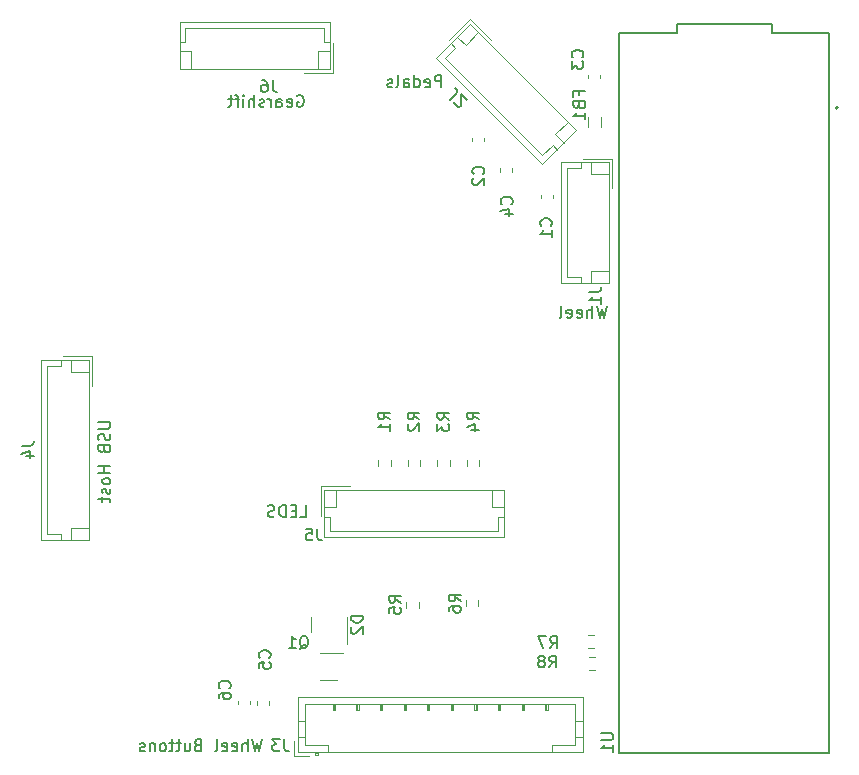
<source format=gbr>
%TF.GenerationSoftware,KiCad,Pcbnew,(5.99.0-12548-gc9aebb8529)*%
%TF.CreationDate,2021-09-28T22:04:13-04:00*%
%TF.ProjectId,TeensyWheel,5465656e-7379-4576-9865-656c2e6b6963,rev?*%
%TF.SameCoordinates,Original*%
%TF.FileFunction,Legend,Bot*%
%TF.FilePolarity,Positive*%
%FSLAX46Y46*%
G04 Gerber Fmt 4.6, Leading zero omitted, Abs format (unit mm)*
G04 Created by KiCad (PCBNEW (5.99.0-12548-gc9aebb8529)) date 2021-09-28 22:04:13*
%MOMM*%
%LPD*%
G01*
G04 APERTURE LIST*
%ADD10C,0.150000*%
%ADD11C,0.120000*%
%ADD12C,0.127000*%
%ADD13C,0.200000*%
G04 APERTURE END LIST*
D10*
X75185238Y-105160000D02*
X75280476Y-105112380D01*
X75423333Y-105112380D01*
X75566190Y-105160000D01*
X75661428Y-105255238D01*
X75709047Y-105350476D01*
X75756666Y-105540952D01*
X75756666Y-105683809D01*
X75709047Y-105874285D01*
X75661428Y-105969523D01*
X75566190Y-106064761D01*
X75423333Y-106112380D01*
X75328095Y-106112380D01*
X75185238Y-106064761D01*
X75137619Y-106017142D01*
X75137619Y-105683809D01*
X75328095Y-105683809D01*
X74328095Y-106064761D02*
X74423333Y-106112380D01*
X74613809Y-106112380D01*
X74709047Y-106064761D01*
X74756666Y-105969523D01*
X74756666Y-105588571D01*
X74709047Y-105493333D01*
X74613809Y-105445714D01*
X74423333Y-105445714D01*
X74328095Y-105493333D01*
X74280476Y-105588571D01*
X74280476Y-105683809D01*
X74756666Y-105779047D01*
X73423333Y-106112380D02*
X73423333Y-105588571D01*
X73470952Y-105493333D01*
X73566190Y-105445714D01*
X73756666Y-105445714D01*
X73851904Y-105493333D01*
X73423333Y-106064761D02*
X73518571Y-106112380D01*
X73756666Y-106112380D01*
X73851904Y-106064761D01*
X73899523Y-105969523D01*
X73899523Y-105874285D01*
X73851904Y-105779047D01*
X73756666Y-105731428D01*
X73518571Y-105731428D01*
X73423333Y-105683809D01*
X72947142Y-106112380D02*
X72947142Y-105445714D01*
X72947142Y-105636190D02*
X72899523Y-105540952D01*
X72851904Y-105493333D01*
X72756666Y-105445714D01*
X72661428Y-105445714D01*
X72375714Y-106064761D02*
X72280476Y-106112380D01*
X72090000Y-106112380D01*
X71994761Y-106064761D01*
X71947142Y-105969523D01*
X71947142Y-105921904D01*
X71994761Y-105826666D01*
X72090000Y-105779047D01*
X72232857Y-105779047D01*
X72328095Y-105731428D01*
X72375714Y-105636190D01*
X72375714Y-105588571D01*
X72328095Y-105493333D01*
X72232857Y-105445714D01*
X72090000Y-105445714D01*
X71994761Y-105493333D01*
X71518571Y-106112380D02*
X71518571Y-105112380D01*
X71090000Y-106112380D02*
X71090000Y-105588571D01*
X71137619Y-105493333D01*
X71232857Y-105445714D01*
X71375714Y-105445714D01*
X71470952Y-105493333D01*
X71518571Y-105540952D01*
X70613809Y-106112380D02*
X70613809Y-105445714D01*
X70613809Y-105112380D02*
X70661428Y-105160000D01*
X70613809Y-105207619D01*
X70566190Y-105160000D01*
X70613809Y-105112380D01*
X70613809Y-105207619D01*
X70280476Y-105445714D02*
X69899523Y-105445714D01*
X70137619Y-106112380D02*
X70137619Y-105255238D01*
X70090000Y-105160000D01*
X69994761Y-105112380D01*
X69899523Y-105112380D01*
X69709047Y-105445714D02*
X69328095Y-105445714D01*
X69566190Y-105112380D02*
X69566190Y-105969523D01*
X69518571Y-106064761D01*
X69423333Y-106112380D01*
X69328095Y-106112380D01*
X75439047Y-140832380D02*
X75915238Y-140832380D01*
X75915238Y-139832380D01*
X75105714Y-140308571D02*
X74772380Y-140308571D01*
X74629523Y-140832380D02*
X75105714Y-140832380D01*
X75105714Y-139832380D01*
X74629523Y-139832380D01*
X74200952Y-140832380D02*
X74200952Y-139832380D01*
X73962857Y-139832380D01*
X73820000Y-139880000D01*
X73724761Y-139975238D01*
X73677142Y-140070476D01*
X73629523Y-140260952D01*
X73629523Y-140403809D01*
X73677142Y-140594285D01*
X73724761Y-140689523D01*
X73820000Y-140784761D01*
X73962857Y-140832380D01*
X74200952Y-140832380D01*
X73248571Y-140784761D02*
X73105714Y-140832380D01*
X72867619Y-140832380D01*
X72772380Y-140784761D01*
X72724761Y-140737142D01*
X72677142Y-140641904D01*
X72677142Y-140546666D01*
X72724761Y-140451428D01*
X72772380Y-140403809D01*
X72867619Y-140356190D01*
X73058095Y-140308571D01*
X73153333Y-140260952D01*
X73200952Y-140213333D01*
X73248571Y-140118095D01*
X73248571Y-140022857D01*
X73200952Y-139927619D01*
X73153333Y-139880000D01*
X73058095Y-139832380D01*
X72820000Y-139832380D01*
X72677142Y-139880000D01*
X58352380Y-132770476D02*
X59161904Y-132770476D01*
X59257142Y-132818095D01*
X59304761Y-132865714D01*
X59352380Y-132960952D01*
X59352380Y-133151428D01*
X59304761Y-133246666D01*
X59257142Y-133294285D01*
X59161904Y-133341904D01*
X58352380Y-133341904D01*
X59304761Y-133770476D02*
X59352380Y-133913333D01*
X59352380Y-134151428D01*
X59304761Y-134246666D01*
X59257142Y-134294285D01*
X59161904Y-134341904D01*
X59066666Y-134341904D01*
X58971428Y-134294285D01*
X58923809Y-134246666D01*
X58876190Y-134151428D01*
X58828571Y-133960952D01*
X58780952Y-133865714D01*
X58733333Y-133818095D01*
X58638095Y-133770476D01*
X58542857Y-133770476D01*
X58447619Y-133818095D01*
X58400000Y-133865714D01*
X58352380Y-133960952D01*
X58352380Y-134199047D01*
X58400000Y-134341904D01*
X58828571Y-135103809D02*
X58876190Y-135246666D01*
X58923809Y-135294285D01*
X59019047Y-135341904D01*
X59161904Y-135341904D01*
X59257142Y-135294285D01*
X59304761Y-135246666D01*
X59352380Y-135151428D01*
X59352380Y-134770476D01*
X58352380Y-134770476D01*
X58352380Y-135103809D01*
X58400000Y-135199047D01*
X58447619Y-135246666D01*
X58542857Y-135294285D01*
X58638095Y-135294285D01*
X58733333Y-135246666D01*
X58780952Y-135199047D01*
X58828571Y-135103809D01*
X58828571Y-134770476D01*
X59352380Y-136532380D02*
X58352380Y-136532380D01*
X58828571Y-136532380D02*
X58828571Y-137103809D01*
X59352380Y-137103809D02*
X58352380Y-137103809D01*
X59352380Y-137722857D02*
X59304761Y-137627619D01*
X59257142Y-137580000D01*
X59161904Y-137532380D01*
X58876190Y-137532380D01*
X58780952Y-137580000D01*
X58733333Y-137627619D01*
X58685714Y-137722857D01*
X58685714Y-137865714D01*
X58733333Y-137960952D01*
X58780952Y-138008571D01*
X58876190Y-138056190D01*
X59161904Y-138056190D01*
X59257142Y-138008571D01*
X59304761Y-137960952D01*
X59352380Y-137865714D01*
X59352380Y-137722857D01*
X59304761Y-138437142D02*
X59352380Y-138532380D01*
X59352380Y-138722857D01*
X59304761Y-138818095D01*
X59209523Y-138865714D01*
X59161904Y-138865714D01*
X59066666Y-138818095D01*
X59019047Y-138722857D01*
X59019047Y-138580000D01*
X58971428Y-138484761D01*
X58876190Y-138437142D01*
X58828571Y-138437142D01*
X58733333Y-138484761D01*
X58685714Y-138580000D01*
X58685714Y-138722857D01*
X58733333Y-138818095D01*
X58685714Y-139151428D02*
X58685714Y-139532380D01*
X58352380Y-139294285D02*
X59209523Y-139294285D01*
X59304761Y-139341904D01*
X59352380Y-139437142D01*
X59352380Y-139532380D01*
X87381904Y-104432380D02*
X87381904Y-103432380D01*
X87000952Y-103432380D01*
X86905714Y-103480000D01*
X86858095Y-103527619D01*
X86810476Y-103622857D01*
X86810476Y-103765714D01*
X86858095Y-103860952D01*
X86905714Y-103908571D01*
X87000952Y-103956190D01*
X87381904Y-103956190D01*
X86000952Y-104384761D02*
X86096190Y-104432380D01*
X86286666Y-104432380D01*
X86381904Y-104384761D01*
X86429523Y-104289523D01*
X86429523Y-103908571D01*
X86381904Y-103813333D01*
X86286666Y-103765714D01*
X86096190Y-103765714D01*
X86000952Y-103813333D01*
X85953333Y-103908571D01*
X85953333Y-104003809D01*
X86429523Y-104099047D01*
X85096190Y-104432380D02*
X85096190Y-103432380D01*
X85096190Y-104384761D02*
X85191428Y-104432380D01*
X85381904Y-104432380D01*
X85477142Y-104384761D01*
X85524761Y-104337142D01*
X85572380Y-104241904D01*
X85572380Y-103956190D01*
X85524761Y-103860952D01*
X85477142Y-103813333D01*
X85381904Y-103765714D01*
X85191428Y-103765714D01*
X85096190Y-103813333D01*
X84191428Y-104432380D02*
X84191428Y-103908571D01*
X84239047Y-103813333D01*
X84334285Y-103765714D01*
X84524761Y-103765714D01*
X84620000Y-103813333D01*
X84191428Y-104384761D02*
X84286666Y-104432380D01*
X84524761Y-104432380D01*
X84620000Y-104384761D01*
X84667619Y-104289523D01*
X84667619Y-104194285D01*
X84620000Y-104099047D01*
X84524761Y-104051428D01*
X84286666Y-104051428D01*
X84191428Y-104003809D01*
X83572380Y-104432380D02*
X83667619Y-104384761D01*
X83715238Y-104289523D01*
X83715238Y-103432380D01*
X83239047Y-104384761D02*
X83143809Y-104432380D01*
X82953333Y-104432380D01*
X82858095Y-104384761D01*
X82810476Y-104289523D01*
X82810476Y-104241904D01*
X82858095Y-104146666D01*
X82953333Y-104099047D01*
X83096190Y-104099047D01*
X83191428Y-104051428D01*
X83239047Y-103956190D01*
X83239047Y-103908571D01*
X83191428Y-103813333D01*
X83096190Y-103765714D01*
X82953333Y-103765714D01*
X82858095Y-103813333D01*
X101400000Y-122952380D02*
X101161904Y-123952380D01*
X100971428Y-123238095D01*
X100780952Y-123952380D01*
X100542857Y-122952380D01*
X100161904Y-123952380D02*
X100161904Y-122952380D01*
X99733333Y-123952380D02*
X99733333Y-123428571D01*
X99780952Y-123333333D01*
X99876190Y-123285714D01*
X100019047Y-123285714D01*
X100114285Y-123333333D01*
X100161904Y-123380952D01*
X98876190Y-123904761D02*
X98971428Y-123952380D01*
X99161904Y-123952380D01*
X99257142Y-123904761D01*
X99304761Y-123809523D01*
X99304761Y-123428571D01*
X99257142Y-123333333D01*
X99161904Y-123285714D01*
X98971428Y-123285714D01*
X98876190Y-123333333D01*
X98828571Y-123428571D01*
X98828571Y-123523809D01*
X99304761Y-123619047D01*
X98019047Y-123904761D02*
X98114285Y-123952380D01*
X98304761Y-123952380D01*
X98400000Y-123904761D01*
X98447619Y-123809523D01*
X98447619Y-123428571D01*
X98400000Y-123333333D01*
X98304761Y-123285714D01*
X98114285Y-123285714D01*
X98019047Y-123333333D01*
X97971428Y-123428571D01*
X97971428Y-123523809D01*
X98447619Y-123619047D01*
X97400000Y-123952380D02*
X97495238Y-123904761D01*
X97542857Y-123809523D01*
X97542857Y-122952380D01*
X72214285Y-159662380D02*
X71976190Y-160662380D01*
X71785714Y-159948095D01*
X71595238Y-160662380D01*
X71357142Y-159662380D01*
X70976190Y-160662380D02*
X70976190Y-159662380D01*
X70547619Y-160662380D02*
X70547619Y-160138571D01*
X70595238Y-160043333D01*
X70690476Y-159995714D01*
X70833333Y-159995714D01*
X70928571Y-160043333D01*
X70976190Y-160090952D01*
X69690476Y-160614761D02*
X69785714Y-160662380D01*
X69976190Y-160662380D01*
X70071428Y-160614761D01*
X70119047Y-160519523D01*
X70119047Y-160138571D01*
X70071428Y-160043333D01*
X69976190Y-159995714D01*
X69785714Y-159995714D01*
X69690476Y-160043333D01*
X69642857Y-160138571D01*
X69642857Y-160233809D01*
X70119047Y-160329047D01*
X68833333Y-160614761D02*
X68928571Y-160662380D01*
X69119047Y-160662380D01*
X69214285Y-160614761D01*
X69261904Y-160519523D01*
X69261904Y-160138571D01*
X69214285Y-160043333D01*
X69119047Y-159995714D01*
X68928571Y-159995714D01*
X68833333Y-160043333D01*
X68785714Y-160138571D01*
X68785714Y-160233809D01*
X69261904Y-160329047D01*
X68214285Y-160662380D02*
X68309523Y-160614761D01*
X68357142Y-160519523D01*
X68357142Y-159662380D01*
X66738095Y-160138571D02*
X66595238Y-160186190D01*
X66547619Y-160233809D01*
X66500000Y-160329047D01*
X66500000Y-160471904D01*
X66547619Y-160567142D01*
X66595238Y-160614761D01*
X66690476Y-160662380D01*
X67071428Y-160662380D01*
X67071428Y-159662380D01*
X66738095Y-159662380D01*
X66642857Y-159710000D01*
X66595238Y-159757619D01*
X66547619Y-159852857D01*
X66547619Y-159948095D01*
X66595238Y-160043333D01*
X66642857Y-160090952D01*
X66738095Y-160138571D01*
X67071428Y-160138571D01*
X65642857Y-159995714D02*
X65642857Y-160662380D01*
X66071428Y-159995714D02*
X66071428Y-160519523D01*
X66023809Y-160614761D01*
X65928571Y-160662380D01*
X65785714Y-160662380D01*
X65690476Y-160614761D01*
X65642857Y-160567142D01*
X65309523Y-159995714D02*
X64928571Y-159995714D01*
X65166666Y-159662380D02*
X65166666Y-160519523D01*
X65119047Y-160614761D01*
X65023809Y-160662380D01*
X64928571Y-160662380D01*
X64738095Y-159995714D02*
X64357142Y-159995714D01*
X64595238Y-159662380D02*
X64595238Y-160519523D01*
X64547619Y-160614761D01*
X64452380Y-160662380D01*
X64357142Y-160662380D01*
X63880952Y-160662380D02*
X63976190Y-160614761D01*
X64023809Y-160567142D01*
X64071428Y-160471904D01*
X64071428Y-160186190D01*
X64023809Y-160090952D01*
X63976190Y-160043333D01*
X63880952Y-159995714D01*
X63738095Y-159995714D01*
X63642857Y-160043333D01*
X63595238Y-160090952D01*
X63547619Y-160186190D01*
X63547619Y-160471904D01*
X63595238Y-160567142D01*
X63642857Y-160614761D01*
X63738095Y-160662380D01*
X63880952Y-160662380D01*
X63119047Y-159995714D02*
X63119047Y-160662380D01*
X63119047Y-160090952D02*
X63071428Y-160043333D01*
X62976190Y-159995714D01*
X62833333Y-159995714D01*
X62738095Y-160043333D01*
X62690476Y-160138571D01*
X62690476Y-160662380D01*
X62261904Y-160614761D02*
X62166666Y-160662380D01*
X61976190Y-160662380D01*
X61880952Y-160614761D01*
X61833333Y-160519523D01*
X61833333Y-160471904D01*
X61880952Y-160376666D01*
X61976190Y-160329047D01*
X62119047Y-160329047D01*
X62214285Y-160281428D01*
X62261904Y-160186190D01*
X62261904Y-160138571D01*
X62214285Y-160043333D01*
X62119047Y-159995714D01*
X61976190Y-159995714D01*
X61880952Y-160043333D01*
%TO.C,C1*%
X96647142Y-116173333D02*
X96694761Y-116125714D01*
X96742380Y-115982857D01*
X96742380Y-115887619D01*
X96694761Y-115744761D01*
X96599523Y-115649523D01*
X96504285Y-115601904D01*
X96313809Y-115554285D01*
X96170952Y-115554285D01*
X95980476Y-115601904D01*
X95885238Y-115649523D01*
X95790000Y-115744761D01*
X95742380Y-115887619D01*
X95742380Y-115982857D01*
X95790000Y-116125714D01*
X95837619Y-116173333D01*
X96742380Y-117125714D02*
X96742380Y-116554285D01*
X96742380Y-116840000D02*
X95742380Y-116840000D01*
X95885238Y-116744761D01*
X95980476Y-116649523D01*
X96028095Y-116554285D01*
%TO.C,Q1*%
X75375238Y-151987619D02*
X75470476Y-151940000D01*
X75565714Y-151844761D01*
X75708571Y-151701904D01*
X75803809Y-151654285D01*
X75899047Y-151654285D01*
X75851428Y-151892380D02*
X75946666Y-151844761D01*
X76041904Y-151749523D01*
X76089523Y-151559047D01*
X76089523Y-151225714D01*
X76041904Y-151035238D01*
X75946666Y-150940000D01*
X75851428Y-150892380D01*
X75660952Y-150892380D01*
X75565714Y-150940000D01*
X75470476Y-151035238D01*
X75422857Y-151225714D01*
X75422857Y-151559047D01*
X75470476Y-151749523D01*
X75565714Y-151844761D01*
X75660952Y-151892380D01*
X75851428Y-151892380D01*
X74470476Y-151892380D02*
X75041904Y-151892380D01*
X74756190Y-151892380D02*
X74756190Y-150892380D01*
X74851428Y-151035238D01*
X74946666Y-151130476D01*
X75041904Y-151178095D01*
%TO.C,C6*%
X69437142Y-155313333D02*
X69484761Y-155265714D01*
X69532380Y-155122857D01*
X69532380Y-155027619D01*
X69484761Y-154884761D01*
X69389523Y-154789523D01*
X69294285Y-154741904D01*
X69103809Y-154694285D01*
X68960952Y-154694285D01*
X68770476Y-154741904D01*
X68675238Y-154789523D01*
X68580000Y-154884761D01*
X68532380Y-155027619D01*
X68532380Y-155122857D01*
X68580000Y-155265714D01*
X68627619Y-155313333D01*
X68532380Y-156170476D02*
X68532380Y-155980000D01*
X68580000Y-155884761D01*
X68627619Y-155837142D01*
X68770476Y-155741904D01*
X68960952Y-155694285D01*
X69341904Y-155694285D01*
X69437142Y-155741904D01*
X69484761Y-155789523D01*
X69532380Y-155884761D01*
X69532380Y-156075238D01*
X69484761Y-156170476D01*
X69437142Y-156218095D01*
X69341904Y-156265714D01*
X69103809Y-156265714D01*
X69008571Y-156218095D01*
X68960952Y-156170476D01*
X68913333Y-156075238D01*
X68913333Y-155884761D01*
X68960952Y-155789523D01*
X69008571Y-155741904D01*
X69103809Y-155694285D01*
%TO.C,J5*%
X76883333Y-141812380D02*
X76883333Y-142526666D01*
X76930952Y-142669523D01*
X77026190Y-142764761D01*
X77169047Y-142812380D01*
X77264285Y-142812380D01*
X75930952Y-141812380D02*
X76407142Y-141812380D01*
X76454761Y-142288571D01*
X76407142Y-142240952D01*
X76311904Y-142193333D01*
X76073809Y-142193333D01*
X75978571Y-142240952D01*
X75930952Y-142288571D01*
X75883333Y-142383809D01*
X75883333Y-142621904D01*
X75930952Y-142717142D01*
X75978571Y-142764761D01*
X76073809Y-142812380D01*
X76311904Y-142812380D01*
X76407142Y-142764761D01*
X76454761Y-142717142D01*
%TO.C,R1*%
X83042380Y-132573333D02*
X82566190Y-132240000D01*
X83042380Y-132001904D02*
X82042380Y-132001904D01*
X82042380Y-132382857D01*
X82090000Y-132478095D01*
X82137619Y-132525714D01*
X82232857Y-132573333D01*
X82375714Y-132573333D01*
X82470952Y-132525714D01*
X82518571Y-132478095D01*
X82566190Y-132382857D01*
X82566190Y-132001904D01*
X83042380Y-133525714D02*
X83042380Y-132954285D01*
X83042380Y-133240000D02*
X82042380Y-133240000D01*
X82185238Y-133144761D01*
X82280476Y-133049523D01*
X82328095Y-132954285D01*
%TO.C,R5*%
X83952380Y-148073333D02*
X83476190Y-147740000D01*
X83952380Y-147501904D02*
X82952380Y-147501904D01*
X82952380Y-147882857D01*
X83000000Y-147978095D01*
X83047619Y-148025714D01*
X83142857Y-148073333D01*
X83285714Y-148073333D01*
X83380952Y-148025714D01*
X83428571Y-147978095D01*
X83476190Y-147882857D01*
X83476190Y-147501904D01*
X82952380Y-148978095D02*
X82952380Y-148501904D01*
X83428571Y-148454285D01*
X83380952Y-148501904D01*
X83333333Y-148597142D01*
X83333333Y-148835238D01*
X83380952Y-148930476D01*
X83428571Y-148978095D01*
X83523809Y-149025714D01*
X83761904Y-149025714D01*
X83857142Y-148978095D01*
X83904761Y-148930476D01*
X83952380Y-148835238D01*
X83952380Y-148597142D01*
X83904761Y-148501904D01*
X83857142Y-148454285D01*
%TO.C,C5*%
X72827142Y-152743333D02*
X72874761Y-152695714D01*
X72922380Y-152552857D01*
X72922380Y-152457619D01*
X72874761Y-152314761D01*
X72779523Y-152219523D01*
X72684285Y-152171904D01*
X72493809Y-152124285D01*
X72350952Y-152124285D01*
X72160476Y-152171904D01*
X72065238Y-152219523D01*
X71970000Y-152314761D01*
X71922380Y-152457619D01*
X71922380Y-152552857D01*
X71970000Y-152695714D01*
X72017619Y-152743333D01*
X71922380Y-153648095D02*
X71922380Y-153171904D01*
X72398571Y-153124285D01*
X72350952Y-153171904D01*
X72303333Y-153267142D01*
X72303333Y-153505238D01*
X72350952Y-153600476D01*
X72398571Y-153648095D01*
X72493809Y-153695714D01*
X72731904Y-153695714D01*
X72827142Y-153648095D01*
X72874761Y-153600476D01*
X72922380Y-153505238D01*
X72922380Y-153267142D01*
X72874761Y-153171904D01*
X72827142Y-153124285D01*
%TO.C,D2*%
X80722380Y-149191904D02*
X79722380Y-149191904D01*
X79722380Y-149430000D01*
X79770000Y-149572857D01*
X79865238Y-149668095D01*
X79960476Y-149715714D01*
X80150952Y-149763333D01*
X80293809Y-149763333D01*
X80484285Y-149715714D01*
X80579523Y-149668095D01*
X80674761Y-149572857D01*
X80722380Y-149430000D01*
X80722380Y-149191904D01*
X79817619Y-150144285D02*
X79770000Y-150191904D01*
X79722380Y-150287142D01*
X79722380Y-150525238D01*
X79770000Y-150620476D01*
X79817619Y-150668095D01*
X79912857Y-150715714D01*
X80008095Y-150715714D01*
X80150952Y-150668095D01*
X80722380Y-150096666D01*
X80722380Y-150715714D01*
%TO.C,R4*%
X90572380Y-132573333D02*
X90096190Y-132240000D01*
X90572380Y-132001904D02*
X89572380Y-132001904D01*
X89572380Y-132382857D01*
X89620000Y-132478095D01*
X89667619Y-132525714D01*
X89762857Y-132573333D01*
X89905714Y-132573333D01*
X90000952Y-132525714D01*
X90048571Y-132478095D01*
X90096190Y-132382857D01*
X90096190Y-132001904D01*
X89905714Y-133430476D02*
X90572380Y-133430476D01*
X89524761Y-133192380D02*
X90239047Y-132954285D01*
X90239047Y-133573333D01*
%TO.C,C4*%
X93317142Y-114343333D02*
X93364761Y-114295714D01*
X93412380Y-114152857D01*
X93412380Y-114057619D01*
X93364761Y-113914761D01*
X93269523Y-113819523D01*
X93174285Y-113771904D01*
X92983809Y-113724285D01*
X92840952Y-113724285D01*
X92650476Y-113771904D01*
X92555238Y-113819523D01*
X92460000Y-113914761D01*
X92412380Y-114057619D01*
X92412380Y-114152857D01*
X92460000Y-114295714D01*
X92507619Y-114343333D01*
X92745714Y-115200476D02*
X93412380Y-115200476D01*
X92364761Y-114962380D02*
X93079047Y-114724285D01*
X93079047Y-115343333D01*
%TO.C,J2*%
X88107073Y-105491522D02*
X88612149Y-104986446D01*
X88679493Y-104851759D01*
X88679493Y-104717072D01*
X88612149Y-104582385D01*
X88544806Y-104515042D01*
X88477462Y-105727225D02*
X88477462Y-105794568D01*
X88511134Y-105895583D01*
X88679493Y-106063942D01*
X88780508Y-106097614D01*
X88847852Y-106097614D01*
X88948867Y-106063942D01*
X89016210Y-105996599D01*
X89083554Y-105861912D01*
X89083554Y-105053790D01*
X89521287Y-105491522D01*
%TO.C,R7*%
X96586666Y-151932380D02*
X96920000Y-151456190D01*
X97158095Y-151932380D02*
X97158095Y-150932380D01*
X96777142Y-150932380D01*
X96681904Y-150980000D01*
X96634285Y-151027619D01*
X96586666Y-151122857D01*
X96586666Y-151265714D01*
X96634285Y-151360952D01*
X96681904Y-151408571D01*
X96777142Y-151456190D01*
X97158095Y-151456190D01*
X96253333Y-150932380D02*
X95586666Y-150932380D01*
X96015238Y-151932380D01*
%TO.C,C3*%
X99317142Y-101913333D02*
X99364761Y-101865714D01*
X99412380Y-101722857D01*
X99412380Y-101627619D01*
X99364761Y-101484761D01*
X99269523Y-101389523D01*
X99174285Y-101341904D01*
X98983809Y-101294285D01*
X98840952Y-101294285D01*
X98650476Y-101341904D01*
X98555238Y-101389523D01*
X98460000Y-101484761D01*
X98412380Y-101627619D01*
X98412380Y-101722857D01*
X98460000Y-101865714D01*
X98507619Y-101913333D01*
X98412380Y-102246666D02*
X98412380Y-102865714D01*
X98793333Y-102532380D01*
X98793333Y-102675238D01*
X98840952Y-102770476D01*
X98888571Y-102818095D01*
X98983809Y-102865714D01*
X99221904Y-102865714D01*
X99317142Y-102818095D01*
X99364761Y-102770476D01*
X99412380Y-102675238D01*
X99412380Y-102389523D01*
X99364761Y-102294285D01*
X99317142Y-102246666D01*
%TO.C,J3*%
X74083333Y-159662380D02*
X74083333Y-160376666D01*
X74130952Y-160519523D01*
X74226190Y-160614761D01*
X74369047Y-160662380D01*
X74464285Y-160662380D01*
X73702380Y-159662380D02*
X73083333Y-159662380D01*
X73416666Y-160043333D01*
X73273809Y-160043333D01*
X73178571Y-160090952D01*
X73130952Y-160138571D01*
X73083333Y-160233809D01*
X73083333Y-160471904D01*
X73130952Y-160567142D01*
X73178571Y-160614761D01*
X73273809Y-160662380D01*
X73559523Y-160662380D01*
X73654761Y-160614761D01*
X73702380Y-160567142D01*
%TO.C,J6*%
X73103333Y-103842380D02*
X73103333Y-104556666D01*
X73150952Y-104699523D01*
X73246190Y-104794761D01*
X73389047Y-104842380D01*
X73484285Y-104842380D01*
X72198571Y-103842380D02*
X72389047Y-103842380D01*
X72484285Y-103890000D01*
X72531904Y-103937619D01*
X72627142Y-104080476D01*
X72674761Y-104270952D01*
X72674761Y-104651904D01*
X72627142Y-104747142D01*
X72579523Y-104794761D01*
X72484285Y-104842380D01*
X72293809Y-104842380D01*
X72198571Y-104794761D01*
X72150952Y-104747142D01*
X72103333Y-104651904D01*
X72103333Y-104413809D01*
X72150952Y-104318571D01*
X72198571Y-104270952D01*
X72293809Y-104223333D01*
X72484285Y-104223333D01*
X72579523Y-104270952D01*
X72627142Y-104318571D01*
X72674761Y-104413809D01*
%TO.C,U1*%
X100942380Y-159118095D02*
X101751904Y-159118095D01*
X101847142Y-159165714D01*
X101894761Y-159213333D01*
X101942380Y-159308571D01*
X101942380Y-159499047D01*
X101894761Y-159594285D01*
X101847142Y-159641904D01*
X101751904Y-159689523D01*
X100942380Y-159689523D01*
X101942380Y-160689523D02*
X101942380Y-160118095D01*
X101942380Y-160403809D02*
X100942380Y-160403809D01*
X101085238Y-160308571D01*
X101180476Y-160213333D01*
X101228095Y-160118095D01*
%TO.C,R8*%
X96536666Y-153562380D02*
X96870000Y-153086190D01*
X97108095Y-153562380D02*
X97108095Y-152562380D01*
X96727142Y-152562380D01*
X96631904Y-152610000D01*
X96584285Y-152657619D01*
X96536666Y-152752857D01*
X96536666Y-152895714D01*
X96584285Y-152990952D01*
X96631904Y-153038571D01*
X96727142Y-153086190D01*
X97108095Y-153086190D01*
X95965238Y-152990952D02*
X96060476Y-152943333D01*
X96108095Y-152895714D01*
X96155714Y-152800476D01*
X96155714Y-152752857D01*
X96108095Y-152657619D01*
X96060476Y-152610000D01*
X95965238Y-152562380D01*
X95774761Y-152562380D01*
X95679523Y-152610000D01*
X95631904Y-152657619D01*
X95584285Y-152752857D01*
X95584285Y-152800476D01*
X95631904Y-152895714D01*
X95679523Y-152943333D01*
X95774761Y-152990952D01*
X95965238Y-152990952D01*
X96060476Y-153038571D01*
X96108095Y-153086190D01*
X96155714Y-153181428D01*
X96155714Y-153371904D01*
X96108095Y-153467142D01*
X96060476Y-153514761D01*
X95965238Y-153562380D01*
X95774761Y-153562380D01*
X95679523Y-153514761D01*
X95631904Y-153467142D01*
X95584285Y-153371904D01*
X95584285Y-153181428D01*
X95631904Y-153086190D01*
X95679523Y-153038571D01*
X95774761Y-152990952D01*
%TO.C,R2*%
X85532380Y-132573333D02*
X85056190Y-132240000D01*
X85532380Y-132001904D02*
X84532380Y-132001904D01*
X84532380Y-132382857D01*
X84580000Y-132478095D01*
X84627619Y-132525714D01*
X84722857Y-132573333D01*
X84865714Y-132573333D01*
X84960952Y-132525714D01*
X85008571Y-132478095D01*
X85056190Y-132382857D01*
X85056190Y-132001904D01*
X84627619Y-132954285D02*
X84580000Y-133001904D01*
X84532380Y-133097142D01*
X84532380Y-133335238D01*
X84580000Y-133430476D01*
X84627619Y-133478095D01*
X84722857Y-133525714D01*
X84818095Y-133525714D01*
X84960952Y-133478095D01*
X85532380Y-132906666D01*
X85532380Y-133525714D01*
%TO.C,J1*%
X99922380Y-121756666D02*
X100636666Y-121756666D01*
X100779523Y-121709047D01*
X100874761Y-121613809D01*
X100922380Y-121470952D01*
X100922380Y-121375714D01*
X100922380Y-122756666D02*
X100922380Y-122185238D01*
X100922380Y-122470952D02*
X99922380Y-122470952D01*
X100065238Y-122375714D01*
X100160476Y-122280476D01*
X100208095Y-122185238D01*
%TO.C,FB1*%
X99028571Y-105116666D02*
X99028571Y-104783333D01*
X99552380Y-104783333D02*
X98552380Y-104783333D01*
X98552380Y-105259523D01*
X99028571Y-105973809D02*
X99076190Y-106116666D01*
X99123809Y-106164285D01*
X99219047Y-106211904D01*
X99361904Y-106211904D01*
X99457142Y-106164285D01*
X99504761Y-106116666D01*
X99552380Y-106021428D01*
X99552380Y-105640476D01*
X98552380Y-105640476D01*
X98552380Y-105973809D01*
X98600000Y-106069047D01*
X98647619Y-106116666D01*
X98742857Y-106164285D01*
X98838095Y-106164285D01*
X98933333Y-106116666D01*
X98980952Y-106069047D01*
X99028571Y-105973809D01*
X99028571Y-105640476D01*
X99552380Y-107164285D02*
X99552380Y-106592857D01*
X99552380Y-106878571D02*
X98552380Y-106878571D01*
X98695238Y-106783333D01*
X98790476Y-106688095D01*
X98838095Y-106592857D01*
%TO.C,J4*%
X51872380Y-134796666D02*
X52586666Y-134796666D01*
X52729523Y-134749047D01*
X52824761Y-134653809D01*
X52872380Y-134510952D01*
X52872380Y-134415714D01*
X52205714Y-135701428D02*
X52872380Y-135701428D01*
X51824761Y-135463333D02*
X52539047Y-135225238D01*
X52539047Y-135844285D01*
%TO.C,C2*%
X90917142Y-111783333D02*
X90964761Y-111735714D01*
X91012380Y-111592857D01*
X91012380Y-111497619D01*
X90964761Y-111354761D01*
X90869523Y-111259523D01*
X90774285Y-111211904D01*
X90583809Y-111164285D01*
X90440952Y-111164285D01*
X90250476Y-111211904D01*
X90155238Y-111259523D01*
X90060000Y-111354761D01*
X90012380Y-111497619D01*
X90012380Y-111592857D01*
X90060000Y-111735714D01*
X90107619Y-111783333D01*
X90107619Y-112164285D02*
X90060000Y-112211904D01*
X90012380Y-112307142D01*
X90012380Y-112545238D01*
X90060000Y-112640476D01*
X90107619Y-112688095D01*
X90202857Y-112735714D01*
X90298095Y-112735714D01*
X90440952Y-112688095D01*
X91012380Y-112116666D01*
X91012380Y-112735714D01*
%TO.C,R6*%
X89022380Y-147963333D02*
X88546190Y-147630000D01*
X89022380Y-147391904D02*
X88022380Y-147391904D01*
X88022380Y-147772857D01*
X88070000Y-147868095D01*
X88117619Y-147915714D01*
X88212857Y-147963333D01*
X88355714Y-147963333D01*
X88450952Y-147915714D01*
X88498571Y-147868095D01*
X88546190Y-147772857D01*
X88546190Y-147391904D01*
X88022380Y-148820476D02*
X88022380Y-148630000D01*
X88070000Y-148534761D01*
X88117619Y-148487142D01*
X88260476Y-148391904D01*
X88450952Y-148344285D01*
X88831904Y-148344285D01*
X88927142Y-148391904D01*
X88974761Y-148439523D01*
X89022380Y-148534761D01*
X89022380Y-148725238D01*
X88974761Y-148820476D01*
X88927142Y-148868095D01*
X88831904Y-148915714D01*
X88593809Y-148915714D01*
X88498571Y-148868095D01*
X88450952Y-148820476D01*
X88403333Y-148725238D01*
X88403333Y-148534761D01*
X88450952Y-148439523D01*
X88498571Y-148391904D01*
X88593809Y-148344285D01*
%TO.C,R3*%
X88052380Y-132580833D02*
X87576190Y-132247500D01*
X88052380Y-132009404D02*
X87052380Y-132009404D01*
X87052380Y-132390357D01*
X87100000Y-132485595D01*
X87147619Y-132533214D01*
X87242857Y-132580833D01*
X87385714Y-132580833D01*
X87480952Y-132533214D01*
X87528571Y-132485595D01*
X87576190Y-132390357D01*
X87576190Y-132009404D01*
X87052380Y-132914166D02*
X87052380Y-133533214D01*
X87433333Y-133199880D01*
X87433333Y-133342738D01*
X87480952Y-133437976D01*
X87528571Y-133485595D01*
X87623809Y-133533214D01*
X87861904Y-133533214D01*
X87957142Y-133485595D01*
X88004761Y-133437976D01*
X88052380Y-133342738D01*
X88052380Y-133057023D01*
X88004761Y-132961785D01*
X87957142Y-132914166D01*
D11*
%TO.C,C1*%
X96870000Y-113563733D02*
X96870000Y-113856267D01*
X95850000Y-113563733D02*
X95850000Y-113856267D01*
%TO.C,Q1*%
X78550000Y-154640000D02*
X77150000Y-154640000D01*
X77150000Y-152320000D02*
X79050000Y-152320000D01*
%TO.C,C6*%
X70130000Y-156703767D02*
X70130000Y-156411233D01*
X71150000Y-156703767D02*
X71150000Y-156411233D01*
%TO.C,J5*%
X77970000Y-142030000D02*
X92190000Y-142030000D01*
X92690000Y-140010000D02*
X91690000Y-140010000D01*
X92190000Y-140820000D02*
X92690000Y-140820000D01*
X78470000Y-140010000D02*
X78470000Y-138510000D01*
X77170000Y-138210000D02*
X79670000Y-138210000D01*
X92190000Y-142030000D02*
X92190000Y-140820000D01*
X91690000Y-140010000D02*
X91690000Y-138510000D01*
X77970000Y-140820000D02*
X77970000Y-142030000D01*
X77470000Y-142530000D02*
X77470000Y-138510000D01*
X77470000Y-140010000D02*
X78470000Y-140010000D01*
X77470000Y-140820000D02*
X77970000Y-140820000D01*
X92690000Y-142530000D02*
X77470000Y-142530000D01*
X77470000Y-138510000D02*
X92690000Y-138510000D01*
X77170000Y-140710000D02*
X77170000Y-138210000D01*
X92690000Y-138510000D02*
X92690000Y-142530000D01*
%TO.C,R1*%
X83082500Y-136035276D02*
X83082500Y-136544724D01*
X82037500Y-136035276D02*
X82037500Y-136544724D01*
%TO.C,R5*%
X85452500Y-147985276D02*
X85452500Y-148494724D01*
X84407500Y-147985276D02*
X84407500Y-148494724D01*
%TO.C,C5*%
X72830000Y-156733767D02*
X72830000Y-156441233D01*
X71810000Y-156733767D02*
X71810000Y-156441233D01*
%TO.C,D2*%
X79430000Y-149930000D02*
X79430000Y-149280000D01*
X76310000Y-149930000D02*
X76310000Y-150580000D01*
X79430000Y-149930000D02*
X79430000Y-151605000D01*
X76310000Y-149930000D02*
X76310000Y-149280000D01*
%TO.C,R4*%
X90612500Y-136035276D02*
X90612500Y-136544724D01*
X89567500Y-136035276D02*
X89567500Y-136544724D01*
%TO.C,C4*%
X93390000Y-111303733D02*
X93390000Y-111596267D01*
X92370000Y-111303733D02*
X92370000Y-111596267D01*
%TO.C,J2*%
X88733426Y-100152177D02*
X89440533Y-100859284D01*
X97727824Y-109146575D02*
X97020717Y-108439468D01*
X95945915Y-110928484D02*
X86951517Y-101934086D01*
X98788484Y-108085915D02*
X95945915Y-110928484D01*
X88514223Y-101078487D02*
X87658623Y-101934086D01*
X96801514Y-109365778D02*
X97155068Y-109719332D01*
X95945915Y-110221377D02*
X96801514Y-109365778D01*
X86951517Y-101934086D02*
X89794086Y-99091517D01*
X88160669Y-100724933D02*
X88514223Y-101078487D01*
X89440533Y-100859284D02*
X90501193Y-99798623D01*
X89794086Y-98667253D02*
X91561853Y-100435020D01*
X97020717Y-108439468D02*
X98081377Y-107378808D01*
X88026319Y-100435020D02*
X89794086Y-98667253D01*
X87658623Y-101934086D02*
X95945915Y-110221377D01*
X89794086Y-99091517D02*
X98788484Y-108085915D01*
%TO.C,R7*%
X100344724Y-150837500D02*
X99835276Y-150837500D01*
X100344724Y-151882500D02*
X99835276Y-151882500D01*
%TO.C,C3*%
X99820000Y-103696267D02*
X99820000Y-103403733D01*
X100840000Y-103696267D02*
X100840000Y-103403733D01*
%TO.C,J3*%
X78180000Y-157140000D02*
X78380000Y-157140000D01*
X77780000Y-160750000D02*
X77780000Y-160140000D01*
X98730000Y-156640000D02*
X98730000Y-160140000D01*
X98730000Y-160140000D02*
X96780000Y-160140000D01*
X99340000Y-160750000D02*
X75220000Y-160750000D01*
X99340000Y-158140000D02*
X98730000Y-158140000D01*
X96180000Y-157140000D02*
X96380000Y-157140000D01*
X80180000Y-157140000D02*
X80380000Y-157140000D01*
X76980000Y-160950000D02*
X76680000Y-160950000D01*
X78380000Y-157140000D02*
X78380000Y-156640000D01*
X90180000Y-157140000D02*
X90380000Y-157140000D01*
X77780000Y-160140000D02*
X75830000Y-160140000D01*
X96380000Y-157140000D02*
X96380000Y-156640000D01*
X75220000Y-156030000D02*
X99340000Y-156030000D01*
X75220000Y-160750000D02*
X75220000Y-156030000D01*
X80280000Y-156640000D02*
X80280000Y-157140000D01*
X90380000Y-157140000D02*
X90380000Y-156640000D01*
X86180000Y-156640000D02*
X86180000Y-157140000D01*
X99340000Y-159440000D02*
X98730000Y-159440000D01*
X76980000Y-160750000D02*
X76980000Y-160950000D01*
X92180000Y-156640000D02*
X92180000Y-157140000D01*
X82180000Y-157140000D02*
X82380000Y-157140000D01*
X94280000Y-156640000D02*
X94280000Y-157140000D01*
X84180000Y-157140000D02*
X84380000Y-157140000D01*
X96180000Y-156640000D02*
X96180000Y-157140000D01*
X82180000Y-156640000D02*
X82180000Y-157140000D01*
X76980000Y-160850000D02*
X76680000Y-160850000D01*
X84180000Y-156640000D02*
X84180000Y-157140000D01*
X74920000Y-161050000D02*
X74920000Y-159800000D01*
X92280000Y-156640000D02*
X92280000Y-157140000D01*
X86280000Y-156640000D02*
X86280000Y-157140000D01*
X82280000Y-156640000D02*
X82280000Y-157140000D01*
X75830000Y-160140000D02*
X75830000Y-156640000D01*
X94180000Y-157140000D02*
X94380000Y-157140000D01*
X82380000Y-157140000D02*
X82380000Y-156640000D01*
X84280000Y-156640000D02*
X84280000Y-157140000D01*
X86180000Y-157140000D02*
X86380000Y-157140000D01*
X75220000Y-158140000D02*
X75830000Y-158140000D01*
X86380000Y-157140000D02*
X86380000Y-156640000D01*
X88180000Y-157140000D02*
X88380000Y-157140000D01*
X80180000Y-156640000D02*
X80180000Y-157140000D01*
X76170000Y-161050000D02*
X74920000Y-161050000D01*
X88380000Y-157140000D02*
X88380000Y-156640000D01*
X90280000Y-156640000D02*
X90280000Y-157140000D01*
X90180000Y-156640000D02*
X90180000Y-157140000D01*
X92380000Y-157140000D02*
X92380000Y-156640000D01*
X75220000Y-159440000D02*
X75830000Y-159440000D01*
X80380000Y-157140000D02*
X80380000Y-156640000D01*
X88280000Y-156640000D02*
X88280000Y-157140000D01*
X96280000Y-156640000D02*
X96280000Y-157140000D01*
X94380000Y-157140000D02*
X94380000Y-156640000D01*
X78280000Y-156640000D02*
X78280000Y-157140000D01*
X75830000Y-156640000D02*
X98730000Y-156640000D01*
X96780000Y-160140000D02*
X96780000Y-160750000D01*
X92180000Y-157140000D02*
X92380000Y-157140000D01*
X88180000Y-156640000D02*
X88180000Y-157140000D01*
X94180000Y-156640000D02*
X94180000Y-157140000D01*
X76680000Y-160950000D02*
X76680000Y-160750000D01*
X84380000Y-157140000D02*
X84380000Y-156640000D01*
X78180000Y-156640000D02*
X78180000Y-157140000D01*
X99340000Y-156030000D02*
X99340000Y-160750000D01*
%TO.C,J6*%
X77940000Y-100600000D02*
X77440000Y-100600000D01*
X77940000Y-98890000D02*
X77940000Y-102910000D01*
X65220000Y-102910000D02*
X65220000Y-98890000D01*
X77940000Y-101410000D02*
X76940000Y-101410000D01*
X77940000Y-102910000D02*
X65220000Y-102910000D01*
X78240000Y-103210000D02*
X75740000Y-103210000D01*
X65720000Y-100600000D02*
X65220000Y-100600000D01*
X65220000Y-98890000D02*
X77940000Y-98890000D01*
X65720000Y-99390000D02*
X65720000Y-100600000D01*
X77440000Y-100600000D02*
X77440000Y-99390000D01*
X66220000Y-101410000D02*
X66220000Y-102910000D01*
X77440000Y-99390000D02*
X65720000Y-99390000D01*
X65220000Y-101410000D02*
X66220000Y-101410000D01*
X76940000Y-101410000D02*
X76940000Y-102910000D01*
X78240000Y-100710000D02*
X78240000Y-103210000D01*
D12*
%TO.C,U1*%
X120240000Y-160780000D02*
X120240000Y-99820000D01*
X102460000Y-160780000D02*
X120240000Y-160780000D01*
X115380000Y-99820000D02*
X115380000Y-99120000D01*
X102460000Y-99820000D02*
X107320000Y-99820000D01*
X115380000Y-99120000D02*
X107320000Y-99120000D01*
X107320000Y-99820000D02*
X107320000Y-99120000D01*
X120240000Y-99820000D02*
X115380000Y-99820000D01*
X102460000Y-99820000D02*
X102460000Y-160780000D01*
D13*
X120950000Y-106170000D02*
G75*
G03*
X120950000Y-106170000I-100000J0D01*
G01*
D11*
%TO.C,R8*%
X100434724Y-153742500D02*
X99925276Y-153742500D01*
X100434724Y-152697500D02*
X99925276Y-152697500D01*
%TO.C,R2*%
X85572500Y-136035276D02*
X85572500Y-136544724D01*
X84527500Y-136035276D02*
X84527500Y-136544724D01*
%TO.C,J1*%
X100060000Y-120000000D02*
X101560000Y-120000000D01*
X101560000Y-121000000D02*
X97540000Y-121000000D01*
X98040000Y-120500000D02*
X99250000Y-120500000D01*
X98040000Y-111280000D02*
X98040000Y-120500000D01*
X99250000Y-111280000D02*
X98040000Y-111280000D01*
X100060000Y-110780000D02*
X100060000Y-111780000D01*
X97540000Y-121000000D02*
X97540000Y-110780000D01*
X100060000Y-121000000D02*
X100060000Y-120000000D01*
X101560000Y-110780000D02*
X101560000Y-121000000D01*
X99250000Y-120500000D02*
X99250000Y-121000000D01*
X100060000Y-111780000D02*
X101560000Y-111780000D01*
X99360000Y-110480000D02*
X101860000Y-110480000D01*
X99250000Y-110780000D02*
X99250000Y-111280000D01*
X97540000Y-110780000D02*
X101560000Y-110780000D01*
X101860000Y-110480000D02*
X101860000Y-112980000D01*
%TO.C,FB1*%
X99810000Y-106979758D02*
X99810000Y-107800242D01*
X100930000Y-106979758D02*
X100930000Y-107800242D01*
%TO.C,J4*%
X56030000Y-127520000D02*
X56030000Y-128520000D01*
X53510000Y-142740000D02*
X53510000Y-127520000D01*
X54010000Y-142240000D02*
X55220000Y-142240000D01*
X56030000Y-141740000D02*
X57530000Y-141740000D01*
X55220000Y-127520000D02*
X55220000Y-128020000D01*
X57530000Y-127520000D02*
X57530000Y-142740000D01*
X57530000Y-142740000D02*
X53510000Y-142740000D01*
X57830000Y-127220000D02*
X57830000Y-129720000D01*
X54010000Y-128020000D02*
X54010000Y-142240000D01*
X53510000Y-127520000D02*
X57530000Y-127520000D01*
X56030000Y-142740000D02*
X56030000Y-141740000D01*
X55220000Y-128020000D02*
X54010000Y-128020000D01*
X56030000Y-128520000D02*
X57530000Y-128520000D01*
X55330000Y-127220000D02*
X57830000Y-127220000D01*
X55220000Y-142240000D02*
X55220000Y-142740000D01*
%TO.C,C2*%
X90990000Y-108743733D02*
X90990000Y-109036267D01*
X89970000Y-108743733D02*
X89970000Y-109036267D01*
%TO.C,R6*%
X89477500Y-147875276D02*
X89477500Y-148384724D01*
X90522500Y-147875276D02*
X90522500Y-148384724D01*
%TO.C,R3*%
X88092500Y-136042776D02*
X88092500Y-136552224D01*
X87047500Y-136042776D02*
X87047500Y-136552224D01*
%TD*%
M02*

</source>
